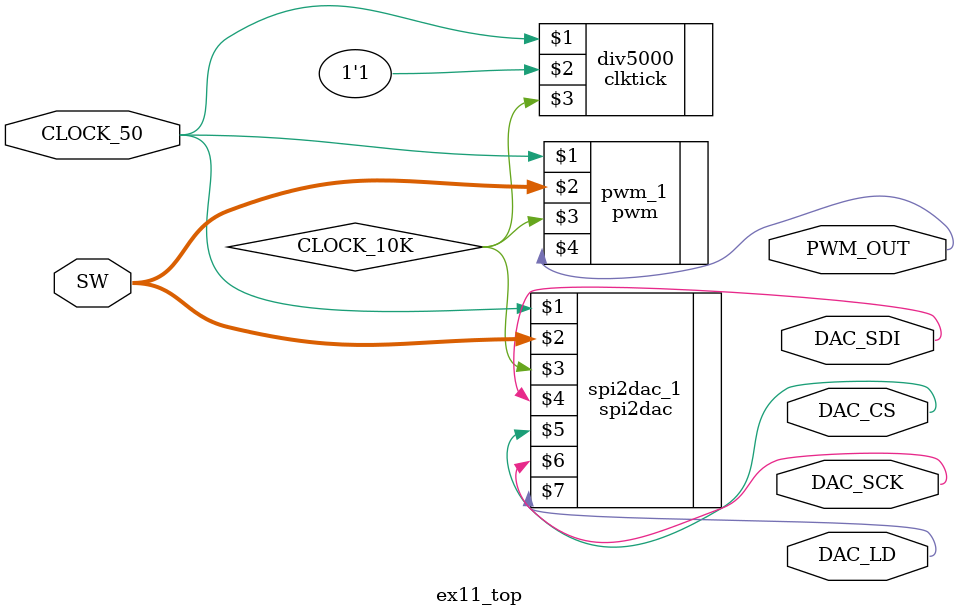
<source format=v>
module ex11_top (
    SW, CLOCK_50,
    DAC_CS, DAC_SDI, DAC_LD, DAC_SCK, PWM_OUT
);

input [9:0] SW;
input CLOCK_50;

output DAC_CS; 
output DAC_SDI; 
output DAC_LD; 
output DAC_SCK; 
output PWM_OUT;

wire CLOCK_10K;
clktick #(.MAX_COUNT(5000)) div5000(
    CLOCK_50, 
    1'b1, 
    CLOCK_10K);

spi2dac spi2dac_1(
    CLOCK_50,
    SW, 
    CLOCK_10K,
    DAC_SDI, DAC_CS, DAC_SCK, DAC_LD);

pwm #(.N_BIT(10)) pwm_1(
    CLOCK_50, 
    SW, 
    CLOCK_10K, 
    PWM_OUT);

endmodule
</source>
